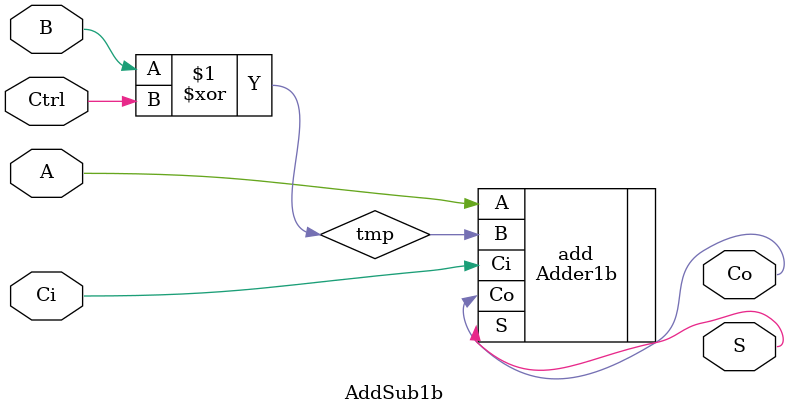
<source format=v>
`ifndef _AddSub1b
`define _AddSub1b

`include "./Components/adder/Adder1b.v"

module AddSub1b(
    input wire A, B, Ctrl, Ci,
    output wire S, Co
);
    wire tmp;

    assign tmp = B ^ Ctrl;
    Adder1b add(.A(A), .B(tmp), .Ci(Ci), .S(S), .Co(Co));

endmodule

`endif

</source>
